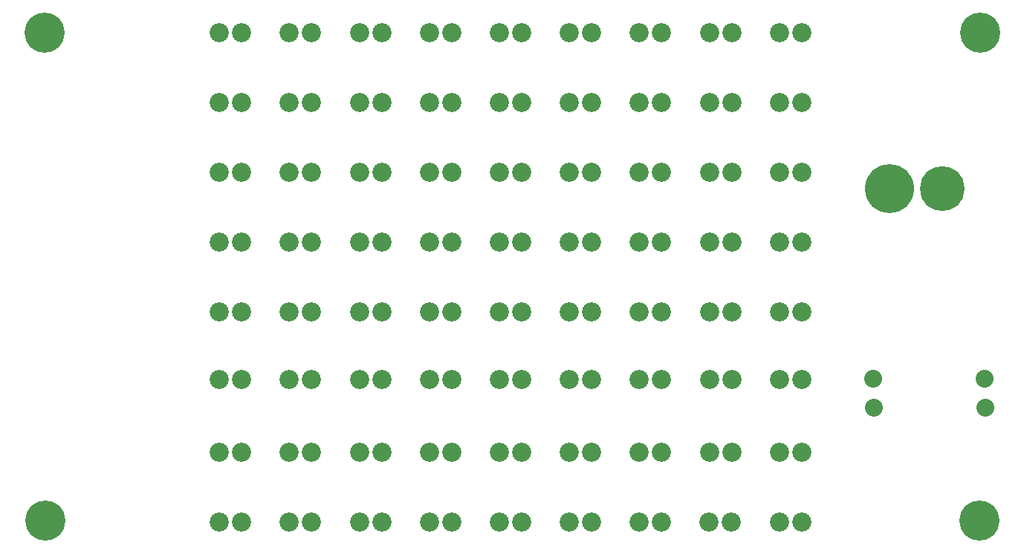
<source format=gts>
G04 (created by PCBNEW-RS274X (2011-05-25)-stable) date Tue 26 Jun 2012 11:05:58 AM PDT*
G01*
G70*
G90*
%MOIN*%
G04 Gerber Fmt 3.4, Leading zero omitted, Abs format*
%FSLAX34Y34*%
G04 APERTURE LIST*
%ADD10C,0.006000*%
%ADD11C,0.080000*%
%ADD12C,0.220000*%
%ADD13C,0.201100*%
%ADD14C,0.180000*%
%ADD15C,0.086000*%
G04 APERTURE END LIST*
G54D10*
G54D11*
X62832Y-52348D03*
X67832Y-52348D03*
X62812Y-51048D03*
X67812Y-51048D03*
G54D12*
X63551Y-42545D03*
G54D13*
X65913Y-42545D03*
G54D14*
X25683Y-57437D03*
X67598Y-35544D03*
X67577Y-57437D03*
X25642Y-35544D03*
G54D15*
X33488Y-41797D03*
X34488Y-41797D03*
X36629Y-35515D03*
X37629Y-35515D03*
X39769Y-35515D03*
X40769Y-35515D03*
X42910Y-35515D03*
X43910Y-35515D03*
X46050Y-35515D03*
X47050Y-35515D03*
X49191Y-35515D03*
X50191Y-35515D03*
X52331Y-35515D03*
X53331Y-35515D03*
X55472Y-35515D03*
X56472Y-35515D03*
X58612Y-35515D03*
X59612Y-35515D03*
X33488Y-38656D03*
X34488Y-38656D03*
X36629Y-38656D03*
X37629Y-38656D03*
X39769Y-38656D03*
X40769Y-38656D03*
X42910Y-38656D03*
X43910Y-38656D03*
X46050Y-38656D03*
X47050Y-38656D03*
X49191Y-38656D03*
X50191Y-38656D03*
X52331Y-38656D03*
X53331Y-38656D03*
X55472Y-38656D03*
X56472Y-38656D03*
X58612Y-38656D03*
X59612Y-38656D03*
X52331Y-41797D03*
X53331Y-41797D03*
X49191Y-41797D03*
X50191Y-41797D03*
X46050Y-41797D03*
X47050Y-41797D03*
X42910Y-41797D03*
X43910Y-41797D03*
X39769Y-41797D03*
X40769Y-41797D03*
X36629Y-41797D03*
X37629Y-41797D03*
X58612Y-41797D03*
X59612Y-41797D03*
X55472Y-41797D03*
X56472Y-41797D03*
X33488Y-44938D03*
X34488Y-44938D03*
X55472Y-44938D03*
X56472Y-44938D03*
X52331Y-44938D03*
X53331Y-44938D03*
X49191Y-44938D03*
X50191Y-44938D03*
X46050Y-44938D03*
X47050Y-44938D03*
X42910Y-44938D03*
X43910Y-44938D03*
X39769Y-44938D03*
X40769Y-44938D03*
X36629Y-44938D03*
X37629Y-44938D03*
X58612Y-44938D03*
X59612Y-44938D03*
X33488Y-57500D03*
X34488Y-57500D03*
X33488Y-54360D03*
X34488Y-54360D03*
X33488Y-51101D03*
X34488Y-51101D03*
X33488Y-48079D03*
X34488Y-48079D03*
X58612Y-48079D03*
X59612Y-48079D03*
X55472Y-48079D03*
X56472Y-48079D03*
X52331Y-48079D03*
X53331Y-48079D03*
X49191Y-48079D03*
X50191Y-48079D03*
X42910Y-48079D03*
X43910Y-48079D03*
X46050Y-48079D03*
X47050Y-48079D03*
X39769Y-48079D03*
X40769Y-48079D03*
X36629Y-48079D03*
X37629Y-48079D03*
X36629Y-51101D03*
X37629Y-51101D03*
X58612Y-51101D03*
X59612Y-51101D03*
X55472Y-51101D03*
X56472Y-51101D03*
X52331Y-51101D03*
X53331Y-51101D03*
X49191Y-51101D03*
X50191Y-51101D03*
X46050Y-51101D03*
X47050Y-51101D03*
X42910Y-51101D03*
X43910Y-51101D03*
X39769Y-51101D03*
X40769Y-51101D03*
X36629Y-54360D03*
X37629Y-54360D03*
X58612Y-54360D03*
X59612Y-54360D03*
X55472Y-54360D03*
X56472Y-54360D03*
X52331Y-54360D03*
X53331Y-54360D03*
X49191Y-54360D03*
X50191Y-54360D03*
X46050Y-54360D03*
X47050Y-54360D03*
X42910Y-54360D03*
X43910Y-54360D03*
X39769Y-54360D03*
X40769Y-54360D03*
X39769Y-57500D03*
X40769Y-57500D03*
X36629Y-57500D03*
X37629Y-57500D03*
X58612Y-57500D03*
X59612Y-57500D03*
X55463Y-57500D03*
X56463Y-57500D03*
X52331Y-57500D03*
X53331Y-57500D03*
X49191Y-57500D03*
X50191Y-57500D03*
X46050Y-57500D03*
X47050Y-57500D03*
X42910Y-57500D03*
X43910Y-57500D03*
X33488Y-35515D03*
X34488Y-35515D03*
M02*

</source>
